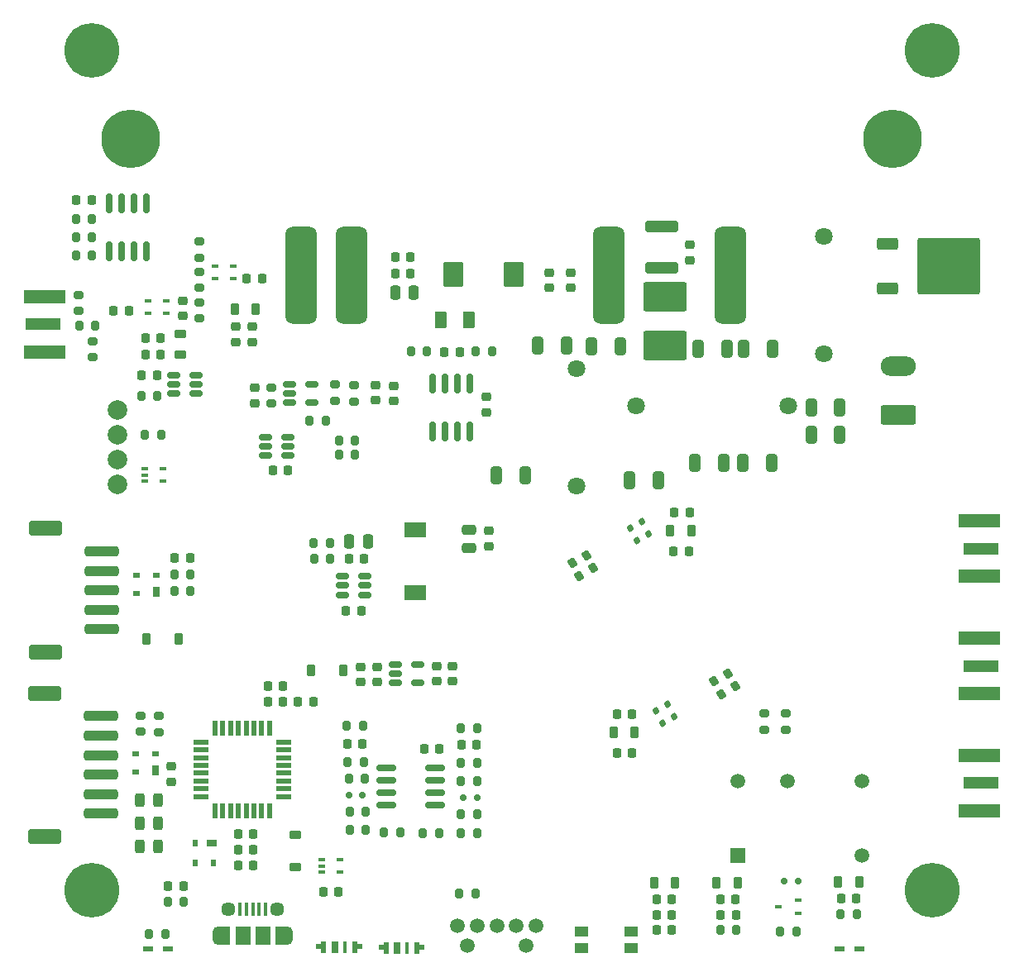
<source format=gbr>
%TF.GenerationSoftware,KiCad,Pcbnew,7.0.7*%
%TF.CreationDate,2023-12-06T15:46:57+00:00*%
%TF.ProjectId,Pi_TX_35W_PA_V2,50695f54-585f-4333-9557-5f50415f5632,rev?*%
%TF.SameCoordinates,Original*%
%TF.FileFunction,Soldermask,Top*%
%TF.FilePolarity,Negative*%
%FSLAX46Y46*%
G04 Gerber Fmt 4.6, Leading zero omitted, Abs format (unit mm)*
G04 Created by KiCad (PCBNEW 7.0.7) date 2023-12-06 15:46:57*
%MOMM*%
%LPD*%
G01*
G04 APERTURE LIST*
G04 Aperture macros list*
%AMRoundRect*
0 Rectangle with rounded corners*
0 $1 Rounding radius*
0 $2 $3 $4 $5 $6 $7 $8 $9 X,Y pos of 4 corners*
0 Add a 4 corners polygon primitive as box body*
4,1,4,$2,$3,$4,$5,$6,$7,$8,$9,$2,$3,0*
0 Add four circle primitives for the rounded corners*
1,1,$1+$1,$2,$3*
1,1,$1+$1,$4,$5*
1,1,$1+$1,$6,$7*
1,1,$1+$1,$8,$9*
0 Add four rect primitives between the rounded corners*
20,1,$1+$1,$2,$3,$4,$5,0*
20,1,$1+$1,$4,$5,$6,$7,0*
20,1,$1+$1,$6,$7,$8,$9,0*
20,1,$1+$1,$8,$9,$2,$3,0*%
%AMFreePoly0*
4,1,13,0.275000,-0.600000,-0.275000,-0.600000,-0.275000,-0.200500,-0.725000,-0.200500,-0.725354,-0.200354,-0.725500,-0.200000,-0.725500,0.350000,-0.725354,0.350354,-0.725000,0.350500,-0.275000,0.350500,-0.275000,0.600000,0.275000,0.600000,0.275000,-0.600000,0.275000,-0.600000,$1*%
%AMFreePoly1*
4,1,13,0.275000,0.350500,0.725000,0.350500,0.725354,0.350354,0.725500,0.350000,0.725500,-0.200000,0.725354,-0.200354,0.725000,-0.200500,0.275000,-0.200500,0.275000,-0.600000,-0.275000,-0.600000,-0.275000,0.600000,0.275000,0.600000,0.275000,0.350500,0.275000,0.350500,$1*%
G04 Aperture macros list end*
%ADD10RoundRect,0.225000X-0.225000X-0.250000X0.225000X-0.250000X0.225000X0.250000X-0.225000X0.250000X0*%
%ADD11RoundRect,0.250001X-1.974999X1.262499X-1.974999X-1.262499X1.974999X-1.262499X1.974999X1.262499X0*%
%ADD12RoundRect,0.200000X-0.275000X0.200000X-0.275000X-0.200000X0.275000X-0.200000X0.275000X0.200000X0*%
%ADD13RoundRect,0.225000X0.225000X0.250000X-0.225000X0.250000X-0.225000X-0.250000X0.225000X-0.250000X0*%
%ADD14R,0.400000X1.350000*%
%ADD15O,1.200000X1.900000*%
%ADD16R,1.200000X1.900000*%
%ADD17C,1.450000*%
%ADD18R,1.500000X1.900000*%
%ADD19RoundRect,0.243750X0.243750X0.456250X-0.243750X0.456250X-0.243750X-0.456250X0.243750X-0.456250X0*%
%ADD20R,1.000000X0.600000*%
%ADD21RoundRect,0.250000X-0.250000X-0.475000X0.250000X-0.475000X0.250000X0.475000X-0.250000X0.475000X0*%
%ADD22RoundRect,0.225000X-0.250000X0.225000X-0.250000X-0.225000X0.250000X-0.225000X0.250000X0.225000X0*%
%ADD23RoundRect,0.218750X0.381250X-0.218750X0.381250X0.218750X-0.381250X0.218750X-0.381250X-0.218750X0*%
%ADD24R,0.650000X0.400000*%
%ADD25RoundRect,0.218750X-0.218750X-0.381250X0.218750X-0.381250X0.218750X0.381250X-0.218750X0.381250X0*%
%ADD26R,1.000000X0.700000*%
%ADD27R,0.600000X0.700000*%
%ADD28R,1.501140X1.501140*%
%ADD29C,1.501140*%
%ADD30C,1.500000*%
%ADD31RoundRect,0.200000X0.200000X0.275000X-0.200000X0.275000X-0.200000X-0.275000X0.200000X-0.275000X0*%
%ADD32RoundRect,0.150000X-0.825000X-0.150000X0.825000X-0.150000X0.825000X0.150000X-0.825000X0.150000X0*%
%ADD33RoundRect,0.250000X-0.325000X-0.650000X0.325000X-0.650000X0.325000X0.650000X-0.325000X0.650000X0*%
%ADD34RoundRect,0.200000X-0.200000X-0.275000X0.200000X-0.275000X0.200000X0.275000X-0.200000X0.275000X0*%
%ADD35RoundRect,0.250000X-0.850000X-0.350000X0.850000X-0.350000X0.850000X0.350000X-0.850000X0.350000X0*%
%ADD36RoundRect,0.249997X-2.950003X-2.650003X2.950003X-2.650003X2.950003X2.650003X-2.950003X2.650003X0*%
%ADD37R,3.600000X1.270000*%
%ADD38R,4.200000X1.350000*%
%ADD39RoundRect,0.150000X-0.034231X-0.247645X0.228155X-0.102202X0.034231X0.247645X-0.228155X0.102202X0*%
%ADD40C,5.600000*%
%ADD41RoundRect,0.250000X0.325000X0.650000X-0.325000X0.650000X-0.325000X-0.650000X0.325000X-0.650000X0*%
%ADD42RoundRect,0.150000X0.150000X-0.825000X0.150000X0.825000X-0.150000X0.825000X-0.150000X-0.825000X0*%
%ADD43RoundRect,0.150000X0.150000X0.200000X-0.150000X0.200000X-0.150000X-0.200000X0.150000X-0.200000X0*%
%ADD44RoundRect,0.225000X0.250000X-0.225000X0.250000X0.225000X-0.250000X0.225000X-0.250000X-0.225000X0*%
%ADD45RoundRect,0.250000X-1.500000X0.250000X-1.500000X-0.250000X1.500000X-0.250000X1.500000X0.250000X0*%
%ADD46RoundRect,0.250001X-1.449999X0.499999X-1.449999X-0.499999X1.449999X-0.499999X1.449999X0.499999X0*%
%ADD47R,0.700000X1.000000*%
%ADD48R,0.700000X0.600000*%
%ADD49RoundRect,0.200000X0.275000X-0.200000X0.275000X0.200000X-0.275000X0.200000X-0.275000X-0.200000X0*%
%ADD50RoundRect,0.250000X1.450000X-0.312500X1.450000X0.312500X-1.450000X0.312500X-1.450000X-0.312500X0*%
%ADD51C,1.800000*%
%ADD52RoundRect,0.250000X0.250000X0.475000X-0.250000X0.475000X-0.250000X-0.475000X0.250000X-0.475000X0*%
%ADD53RoundRect,0.150000X0.512500X0.150000X-0.512500X0.150000X-0.512500X-0.150000X0.512500X-0.150000X0*%
%ADD54RoundRect,0.218750X0.218750X0.381250X-0.218750X0.381250X-0.218750X-0.381250X0.218750X-0.381250X0*%
%ADD55R,2.200000X1.500000*%
%ADD56RoundRect,0.250000X1.550000X-0.750000X1.550000X0.750000X-1.550000X0.750000X-1.550000X-0.750000X0*%
%ADD57O,3.600000X2.000000*%
%ADD58R,1.450000X1.000000*%
%ADD59R,1.600000X0.550000*%
%ADD60R,0.550000X1.600000*%
%ADD61RoundRect,0.150000X0.034231X0.247645X-0.228155X0.102202X-0.034231X-0.247645X0.228155X-0.102202X0*%
%ADD62RoundRect,0.218750X0.218750X0.256250X-0.218750X0.256250X-0.218750X-0.256250X0.218750X-0.256250X0*%
%ADD63RoundRect,0.225000X0.225000X0.375000X-0.225000X0.375000X-0.225000X-0.375000X0.225000X-0.375000X0*%
%ADD64RoundRect,0.200000X0.041601X0.337482X-0.308247X0.143558X-0.041601X-0.337482X0.308247X-0.143558X0*%
%ADD65RoundRect,0.150000X-0.512500X-0.150000X0.512500X-0.150000X0.512500X0.150000X-0.512500X0.150000X0*%
%ADD66R,0.700000X0.450000*%
%ADD67FreePoly0,0.000000*%
%ADD68R,0.700000X1.200000*%
%ADD69R,0.450000X1.200000*%
%ADD70FreePoly1,0.000000*%
%ADD71RoundRect,0.250000X0.787500X1.025000X-0.787500X1.025000X-0.787500X-1.025000X0.787500X-1.025000X0*%
%ADD72C,2.000000*%
%ADD73RoundRect,0.250000X-0.475000X0.250000X-0.475000X-0.250000X0.475000X-0.250000X0.475000X0.250000X0*%
%ADD74RoundRect,0.250000X0.375000X0.625000X-0.375000X0.625000X-0.375000X-0.625000X0.375000X-0.625000X0*%
%ADD75RoundRect,0.225000X-0.375000X0.225000X-0.375000X-0.225000X0.375000X-0.225000X0.375000X0.225000X0*%
%ADD76RoundRect,0.150000X-0.150000X-0.200000X0.150000X-0.200000X0.150000X0.200000X-0.150000X0.200000X0*%
%ADD77RoundRect,0.800000X-0.800000X-4.200000X0.800000X-4.200000X0.800000X4.200000X-0.800000X4.200000X0*%
%ADD78C,6.000000*%
G04 APERTURE END LIST*
D10*
%TO.C,C59*%
X164815000Y-143920000D03*
X166365000Y-143920000D03*
%TD*%
D11*
%TO.C,R9*%
X165690000Y-82197500D03*
X165690000Y-87222500D03*
%TD*%
D12*
%TO.C,R3*%
X107050000Y-86735000D03*
X107050000Y-88385000D03*
%TD*%
D13*
%TO.C,C52*%
X132225000Y-143177500D03*
X130675000Y-143177500D03*
%TD*%
%TO.C,C27*%
X134875000Y-109070000D03*
X133325000Y-109070000D03*
%TD*%
%TO.C,C60*%
X172915000Y-145490000D03*
X171365000Y-145490000D03*
%TD*%
D14*
%TO.C,J9*%
X122190000Y-144907500D03*
X122840000Y-144907500D03*
X123490000Y-144907500D03*
X124140000Y-144907500D03*
X124790000Y-144907500D03*
D15*
X119990000Y-147607500D03*
D16*
X120590000Y-147607500D03*
D17*
X120990000Y-144907500D03*
D18*
X122490000Y-147607500D03*
X124490000Y-147607500D03*
D17*
X125990000Y-144907500D03*
D16*
X126390000Y-147607500D03*
D15*
X126990000Y-147607500D03*
%TD*%
D19*
%TO.C,F3*%
X113757500Y-136120000D03*
X111882500Y-136120000D03*
%TD*%
D10*
%TO.C,C42*%
X133025000Y-114350000D03*
X134575000Y-114350000D03*
%TD*%
D20*
%TO.C,D16*%
X185542500Y-148980000D03*
X183542500Y-148980000D03*
%TD*%
D21*
%TO.C,C6*%
X138075000Y-81800000D03*
X139975000Y-81800000D03*
%TD*%
D22*
%TO.C,C46*%
X142300000Y-120025000D03*
X142300000Y-121575000D03*
%TD*%
D23*
%TO.C,L1*%
X116100000Y-88145000D03*
X116100000Y-86020000D03*
%TD*%
D24*
%TO.C,U3*%
X121490000Y-80370000D03*
X121490000Y-79070000D03*
X119590000Y-79070000D03*
X119590000Y-80370000D03*
%TD*%
D25*
%TO.C,L10*%
X160417500Y-126820000D03*
X162542500Y-126820000D03*
%TD*%
D26*
%TO.C,D8*%
X119270000Y-138190000D03*
D27*
X117570000Y-138190000D03*
X117570000Y-140190000D03*
X119470000Y-140190000D03*
%TD*%
D19*
%TO.C,F4*%
X113780000Y-138480000D03*
X111905000Y-138480000D03*
%TD*%
D10*
%TO.C,C25*%
X125525000Y-100000000D03*
X127075000Y-100000000D03*
%TD*%
D28*
%TO.C,K1*%
X173092500Y-139457500D03*
D29*
X185792500Y-139457500D03*
X185792500Y-131837500D03*
X178172500Y-131837500D03*
X173092500Y-131837500D03*
%TD*%
D30*
%TO.C,J10*%
X145464196Y-148645000D03*
X151464196Y-148645000D03*
X144464196Y-146645000D03*
X146464196Y-146645000D03*
X148464196Y-146645000D03*
X150464196Y-146645000D03*
X152464196Y-146645000D03*
%TD*%
D13*
%TO.C,C50*%
X146375000Y-128065000D03*
X144825000Y-128065000D03*
%TD*%
D31*
%TO.C,R7*%
X147945000Y-87820000D03*
X146295000Y-87820000D03*
%TD*%
%TO.C,R2*%
X107375000Y-85150000D03*
X105725000Y-85150000D03*
%TD*%
D32*
%TO.C,U12*%
X137150000Y-130460000D03*
X137150000Y-131730000D03*
X137150000Y-133000000D03*
X137150000Y-134270000D03*
X142100000Y-134270000D03*
X142100000Y-133000000D03*
X142100000Y-131730000D03*
X142100000Y-130460000D03*
%TD*%
D33*
%TO.C,C34*%
X180625000Y-96300000D03*
X183575000Y-96300000D03*
%TD*%
D24*
%TO.C,U5*%
X112410000Y-99800000D03*
X112410000Y-100450000D03*
X112410000Y-101100000D03*
X114310000Y-101100000D03*
X114310000Y-99800000D03*
%TD*%
D13*
%TO.C,C47*%
X162325000Y-124990000D03*
X160775000Y-124990000D03*
%TD*%
D34*
%TO.C,R46*%
X183640000Y-145430000D03*
X185290000Y-145430000D03*
%TD*%
D35*
%TO.C,Q1*%
X188435000Y-76795000D03*
D36*
X194735000Y-79075000D03*
D35*
X188435000Y-81355000D03*
%TD*%
D37*
%TO.C,J5*%
X198050000Y-108000000D03*
D38*
X197850000Y-110825000D03*
X197850000Y-105175000D03*
%TD*%
D22*
%TO.C,C30*%
X147390000Y-92475000D03*
X147390000Y-94025000D03*
%TD*%
D39*
%TO.C,D11*%
X166640968Y-125175101D03*
X165416500Y-125853835D03*
%TD*%
D34*
%TO.C,R44*%
X144595000Y-143320000D03*
X146245000Y-143320000D03*
%TD*%
%TO.C,R28*%
X133300000Y-131565000D03*
X134950000Y-131565000D03*
%TD*%
D40*
%TO.C,H1*%
X107000000Y-57000000D03*
%TD*%
D41*
%TO.C,C20*%
X176555000Y-99230000D03*
X173605000Y-99230000D03*
%TD*%
D25*
%TO.C,L8*%
X166217500Y-106160000D03*
X168342500Y-106160000D03*
%TD*%
D42*
%TO.C,U2*%
X108795000Y-77575000D03*
X110065000Y-77575000D03*
X111335000Y-77575000D03*
X112605000Y-77575000D03*
X112605000Y-72625000D03*
X111335000Y-72625000D03*
X110065000Y-72625000D03*
X108795000Y-72625000D03*
%TD*%
D10*
%TO.C,C17*%
X143105000Y-87840000D03*
X144655000Y-87840000D03*
%TD*%
D13*
%TO.C,C5*%
X124415000Y-80370000D03*
X122865000Y-80370000D03*
%TD*%
D43*
%TO.C,D17*%
X177875000Y-142050000D03*
X179275000Y-142050000D03*
%TD*%
D34*
%TO.C,R1*%
X105375000Y-78000000D03*
X107025000Y-78000000D03*
%TD*%
D44*
%TO.C,C39*%
X115100000Y-131865000D03*
X115100000Y-130315000D03*
%TD*%
D45*
%TO.C,J3*%
X107980000Y-108270000D03*
X107980000Y-110270000D03*
X107980000Y-112270000D03*
X107980000Y-114270000D03*
X107980000Y-116270000D03*
D46*
X102230000Y-105920000D03*
X102230000Y-118620000D03*
%TD*%
D34*
%TO.C,R47*%
X177475000Y-147250000D03*
X179125000Y-147250000D03*
%TD*%
D10*
%TO.C,C58*%
X164795000Y-145510000D03*
X166345000Y-145510000D03*
%TD*%
%TO.C,C1*%
X112490000Y-88130000D03*
X114040000Y-88130000D03*
%TD*%
D37*
%TO.C,J8*%
X198050000Y-120000000D03*
D38*
X197850000Y-122825000D03*
X197850000Y-117175000D03*
%TD*%
D33*
%TO.C,C15*%
X158125000Y-87300000D03*
X161075000Y-87300000D03*
%TD*%
D34*
%TO.C,R35*%
X144800000Y-131765000D03*
X146450000Y-131765000D03*
%TD*%
D22*
%TO.C,C14*%
X156000000Y-79725000D03*
X156000000Y-81275000D03*
%TD*%
D31*
%TO.C,R13*%
X130925000Y-94900000D03*
X129275000Y-94900000D03*
%TD*%
D47*
%TO.C,D1*%
X113580000Y-112410000D03*
D48*
X113580000Y-110710000D03*
X111580000Y-110710000D03*
X111580000Y-112610000D03*
%TD*%
D34*
%TO.C,R14*%
X132275000Y-96900000D03*
X133925000Y-96900000D03*
%TD*%
D49*
%TO.C,R15*%
X125400000Y-93125000D03*
X125400000Y-91475000D03*
%TD*%
D50*
%TO.C,L4*%
X165300000Y-79237500D03*
X165300000Y-74962500D03*
%TD*%
D13*
%TO.C,C37*%
X126575000Y-122100000D03*
X125025000Y-122100000D03*
%TD*%
D25*
%TO.C,L2*%
X121607500Y-83470000D03*
X123732500Y-83470000D03*
%TD*%
D34*
%TO.C,R26*%
X133100000Y-126165000D03*
X134750000Y-126165000D03*
%TD*%
D13*
%TO.C,C2*%
X106975000Y-72300000D03*
X105425000Y-72300000D03*
%TD*%
D40*
%TO.C,H2*%
X193000000Y-57000000D03*
%TD*%
D22*
%TO.C,C9*%
X116330000Y-82600000D03*
X116330000Y-84150000D03*
%TD*%
D51*
%TO.C,L6*%
X156600000Y-89600000D03*
X156600000Y-101600000D03*
%TD*%
D12*
%TO.C,R12*%
X131900000Y-91175000D03*
X131900000Y-92825000D03*
%TD*%
D52*
%TO.C,C23*%
X135260000Y-107220000D03*
X133360000Y-107220000D03*
%TD*%
D53*
%TO.C,U6*%
X134935000Y-112730000D03*
X134935000Y-111780000D03*
X134935000Y-110830000D03*
X132660000Y-110830000D03*
X132660000Y-111780000D03*
X132660000Y-112730000D03*
%TD*%
D54*
%TO.C,L13*%
X185537500Y-142150000D03*
X183412500Y-142150000D03*
%TD*%
D22*
%TO.C,C38*%
X136200000Y-120100000D03*
X136200000Y-121650000D03*
%TD*%
D55*
%TO.C,L5*%
X140072500Y-106095000D03*
X140072500Y-112495000D03*
%TD*%
D20*
%TO.C,D13*%
X114790000Y-149020000D03*
X112790000Y-149020000D03*
%TD*%
D56*
%TO.C,J4*%
X189522500Y-94300000D03*
D57*
X189522500Y-89300000D03*
%TD*%
D24*
%TO.C,U15*%
X130510000Y-139837500D03*
X130510000Y-140487500D03*
X130510000Y-141137500D03*
X132410000Y-141137500D03*
X132410000Y-139837500D03*
%TD*%
D58*
%TO.C,SW1*%
X162245000Y-148916321D03*
X157095000Y-148916321D03*
X162245000Y-147216321D03*
X157095000Y-147216321D03*
%TD*%
D49*
%TO.C,R50*%
X118040000Y-78175000D03*
X118040000Y-76525000D03*
%TD*%
D44*
%TO.C,C18*%
X168200000Y-78450000D03*
X168200000Y-76900000D03*
%TD*%
D33*
%TO.C,C33*%
X180625000Y-93500000D03*
X183575000Y-93500000D03*
%TD*%
D31*
%TO.C,R18*%
X117095000Y-112330000D03*
X115445000Y-112330000D03*
%TD*%
D59*
%TO.C,U13*%
X126650000Y-133400000D03*
X126650000Y-132600000D03*
X126650000Y-131800000D03*
X126650000Y-131000000D03*
X126650000Y-130200000D03*
X126650000Y-129400000D03*
X126650000Y-128600000D03*
X126650000Y-127800000D03*
D60*
X125200000Y-126350000D03*
X124400000Y-126350000D03*
X123600000Y-126350000D03*
X122800000Y-126350000D03*
X122000000Y-126350000D03*
X121200000Y-126350000D03*
X120400000Y-126350000D03*
X119600000Y-126350000D03*
D59*
X118150000Y-127800000D03*
X118150000Y-128600000D03*
X118150000Y-129400000D03*
X118150000Y-130200000D03*
X118150000Y-131000000D03*
X118150000Y-131800000D03*
X118150000Y-132600000D03*
X118150000Y-133400000D03*
D60*
X119600000Y-134850000D03*
X120400000Y-134850000D03*
X121200000Y-134850000D03*
X122000000Y-134850000D03*
X122800000Y-134850000D03*
X123600000Y-134850000D03*
X124400000Y-134850000D03*
X125200000Y-134850000D03*
%TD*%
D31*
%TO.C,R31*%
X135050000Y-134965000D03*
X133400000Y-134965000D03*
%TD*%
D34*
%TO.C,R5*%
X105375000Y-76100000D03*
X107025000Y-76100000D03*
%TD*%
D61*
%TO.C,D2*%
X162117766Y-105919367D03*
X163342234Y-105240633D03*
%TD*%
D62*
%TO.C,L9*%
X129687500Y-123700000D03*
X128112500Y-123700000D03*
%TD*%
D13*
%TO.C,C3*%
X110785000Y-83610000D03*
X109235000Y-83610000D03*
%TD*%
D34*
%TO.C,R20*%
X129735000Y-109000000D03*
X131385000Y-109000000D03*
%TD*%
D31*
%TO.C,R33*%
X146425000Y-137100000D03*
X144775000Y-137100000D03*
%TD*%
D63*
%TO.C,D4*%
X115930000Y-117260000D03*
X112630000Y-117260000D03*
%TD*%
D13*
%TO.C,C24*%
X117055000Y-108960000D03*
X115505000Y-108960000D03*
%TD*%
D33*
%TO.C,C19*%
X173760000Y-87540000D03*
X176710000Y-87540000D03*
%TD*%
D64*
%TO.C,R38*%
X157611561Y-108670032D03*
X156168439Y-109469968D03*
%TD*%
D65*
%TO.C,U8*%
X115390000Y-90220000D03*
X115390000Y-91170000D03*
X115390000Y-92120000D03*
X117665000Y-92120000D03*
X117665000Y-91170000D03*
X117665000Y-90220000D03*
%TD*%
D42*
%TO.C,U10*%
X141860000Y-96020000D03*
X143130000Y-96020000D03*
X144400000Y-96020000D03*
X145670000Y-96020000D03*
X145670000Y-91070000D03*
X144400000Y-91070000D03*
X143130000Y-91070000D03*
X141860000Y-91070000D03*
%TD*%
D13*
%TO.C,C36*%
X168195000Y-104290000D03*
X166645000Y-104290000D03*
%TD*%
D51*
%TO.C,L7*%
X178250000Y-93400000D03*
X162750000Y-93400000D03*
%TD*%
D22*
%TO.C,C49*%
X143900000Y-120025000D03*
X143900000Y-121575000D03*
%TD*%
D12*
%TO.C,R49*%
X118050000Y-79615000D03*
X118050000Y-81265000D03*
%TD*%
D66*
%TO.C,Q2*%
X179280000Y-145330000D03*
X179280000Y-144030000D03*
X177280000Y-144680000D03*
%TD*%
D13*
%TO.C,C54*%
X123525000Y-140452500D03*
X121975000Y-140452500D03*
%TD*%
D10*
%TO.C,C4*%
X112475000Y-86390000D03*
X114025000Y-86390000D03*
%TD*%
D64*
%TO.C,R22*%
X172091561Y-120800032D03*
X170648439Y-121599968D03*
%TD*%
D44*
%TO.C,C7*%
X123400000Y-86820000D03*
X123400000Y-85270000D03*
%TD*%
D49*
%TO.C,R4*%
X105610000Y-83655000D03*
X105610000Y-82005000D03*
%TD*%
D22*
%TO.C,C16*%
X153800000Y-79725000D03*
X153800000Y-81275000D03*
%TD*%
D31*
%TO.C,R32*%
X142525000Y-137100000D03*
X140875000Y-137100000D03*
%TD*%
D13*
%TO.C,C40*%
X123525000Y-138852500D03*
X121975000Y-138852500D03*
%TD*%
D45*
%TO.C,J6*%
X107900000Y-125150000D03*
X107900000Y-127150000D03*
X107900000Y-129150000D03*
X107900000Y-131150000D03*
X107900000Y-133150000D03*
X107900000Y-135150000D03*
D46*
X102150000Y-122800000D03*
X102150000Y-137500000D03*
%TD*%
D31*
%TO.C,R45*%
X172965000Y-147080000D03*
X171315000Y-147080000D03*
%TD*%
D65*
%TO.C,U11*%
X138062500Y-119850000D03*
X138062500Y-120800000D03*
X138062500Y-121750000D03*
X140337500Y-121750000D03*
X140337500Y-119850000D03*
%TD*%
D34*
%TO.C,R17*%
X129730000Y-107410000D03*
X131380000Y-107410000D03*
%TD*%
D31*
%TO.C,R27*%
X138550000Y-137065000D03*
X136900000Y-137065000D03*
%TD*%
D13*
%TO.C,C55*%
X172900000Y-143900000D03*
X171350000Y-143900000D03*
%TD*%
D67*
%TO.C,D15*%
X137150000Y-148890000D03*
D68*
X138275000Y-148890000D03*
D69*
X139300000Y-148890000D03*
D70*
X140300000Y-148890000D03*
%TD*%
D10*
%TO.C,C43*%
X133150000Y-127965000D03*
X134700000Y-127965000D03*
%TD*%
D25*
%TO.C,L12*%
X164577500Y-142230000D03*
X166702500Y-142230000D03*
%TD*%
D24*
%TO.C,U1*%
X114620000Y-83920000D03*
X114620000Y-82620000D03*
X112720000Y-82620000D03*
X112720000Y-83920000D03*
%TD*%
D34*
%TO.C,R42*%
X112855000Y-147480000D03*
X114505000Y-147480000D03*
%TD*%
D49*
%TO.C,R21*%
X133800000Y-92925000D03*
X133800000Y-91275000D03*
%TD*%
D34*
%TO.C,R34*%
X144800000Y-135165000D03*
X146450000Y-135165000D03*
%TD*%
D12*
%TO.C,R48*%
X118040000Y-82755000D03*
X118040000Y-84405000D03*
%TD*%
D64*
%TO.C,R40*%
X158338775Y-109981962D03*
X156895653Y-110781898D03*
%TD*%
D25*
%TO.C,L11*%
X170962500Y-142200000D03*
X173087500Y-142200000D03*
%TD*%
D43*
%TO.C,D10*%
X145025000Y-133465000D03*
X146425000Y-133465000D03*
%TD*%
D41*
%TO.C,C62*%
X171660000Y-99250000D03*
X168710000Y-99250000D03*
%TD*%
D34*
%TO.C,R8*%
X139665000Y-87820000D03*
X141315000Y-87820000D03*
%TD*%
%TO.C,R11*%
X112445000Y-96350000D03*
X114095000Y-96350000D03*
%TD*%
D10*
%TO.C,C8*%
X138050000Y-79800000D03*
X139600000Y-79800000D03*
%TD*%
D71*
%TO.C,C13*%
X150212500Y-79900000D03*
X143987500Y-79900000D03*
%TD*%
D33*
%TO.C,C61*%
X169055000Y-87530000D03*
X172005000Y-87530000D03*
%TD*%
D31*
%TO.C,R36*%
X146450000Y-126365000D03*
X144800000Y-126365000D03*
%TD*%
D67*
%TO.C,D14*%
X130750000Y-148860000D03*
D68*
X131875000Y-148860000D03*
D69*
X132900000Y-148860000D03*
D70*
X133900000Y-148860000D03*
%TD*%
D12*
%TO.C,R25*%
X113900000Y-125125000D03*
X113900000Y-126775000D03*
%TD*%
D10*
%TO.C,C51*%
X160735000Y-128910000D03*
X162285000Y-128910000D03*
%TD*%
D33*
%TO.C,C63*%
X162065000Y-101010000D03*
X165015000Y-101010000D03*
%TD*%
D65*
%TO.C,U7*%
X124762500Y-96550000D03*
X124762500Y-97500000D03*
X124762500Y-98450000D03*
X127037500Y-98450000D03*
X127037500Y-97500000D03*
X127037500Y-96550000D03*
%TD*%
D31*
%TO.C,R16*%
X117105000Y-110660000D03*
X115455000Y-110660000D03*
%TD*%
D10*
%TO.C,C56*%
X183705000Y-143860000D03*
X185255000Y-143860000D03*
%TD*%
D72*
%TO.C,J2*%
X109620000Y-93760000D03*
X109620000Y-96300000D03*
X109620000Y-98840000D03*
X109620000Y-101380000D03*
%TD*%
D12*
%TO.C,R41*%
X175800000Y-124875000D03*
X175800000Y-126525000D03*
%TD*%
D34*
%TO.C,R37*%
X144800000Y-129965000D03*
X146450000Y-129965000D03*
%TD*%
D40*
%TO.C,H3*%
X107000000Y-143000000D03*
%TD*%
D63*
%TO.C,D7*%
X132750000Y-120500000D03*
X129450000Y-120500000D03*
%TD*%
D73*
%TO.C,C31*%
X145610000Y-106070000D03*
X145610000Y-107970000D03*
%TD*%
D31*
%TO.C,R10*%
X113705000Y-92340000D03*
X112055000Y-92340000D03*
%TD*%
D10*
%TO.C,C11*%
X138050000Y-78100000D03*
X139600000Y-78100000D03*
%TD*%
D22*
%TO.C,C41*%
X134500000Y-120100000D03*
X134500000Y-121650000D03*
%TD*%
D64*
%TO.C,R23*%
X172840641Y-122099841D03*
X171397519Y-122899777D03*
%TD*%
D31*
%TO.C,R30*%
X134850000Y-129865000D03*
X133200000Y-129865000D03*
%TD*%
D22*
%TO.C,C26*%
X123700000Y-91525000D03*
X123700000Y-93075000D03*
%TD*%
D10*
%TO.C,C35*%
X166545000Y-108230000D03*
X168095000Y-108230000D03*
%TD*%
D22*
%TO.C,C22*%
X136000000Y-91225000D03*
X136000000Y-92775000D03*
%TD*%
%TO.C,C29*%
X147610000Y-106195000D03*
X147610000Y-107745000D03*
%TD*%
D40*
%TO.C,H4*%
X193000000Y-143000000D03*
%TD*%
D13*
%TO.C,C21*%
X113655000Y-90270000D03*
X112105000Y-90270000D03*
%TD*%
%TO.C,C44*%
X123550000Y-137252500D03*
X122000000Y-137252500D03*
%TD*%
D10*
%TO.C,C57*%
X164805000Y-147080000D03*
X166355000Y-147080000D03*
%TD*%
D13*
%TO.C,C48*%
X142600000Y-128465000D03*
X141050000Y-128465000D03*
%TD*%
D12*
%TO.C,R24*%
X111990000Y-125095000D03*
X111990000Y-126745000D03*
%TD*%
D34*
%TO.C,R19*%
X132275000Y-98400000D03*
X133925000Y-98400000D03*
%TD*%
D47*
%TO.C,D5*%
X113480000Y-130710000D03*
D48*
X113480000Y-129010000D03*
X111480000Y-129010000D03*
X111480000Y-130910000D03*
%TD*%
D74*
%TO.C,F1*%
X145570000Y-84570000D03*
X142770000Y-84570000D03*
%TD*%
D65*
%TO.C,U9*%
X127262500Y-91150000D03*
X127262500Y-92100000D03*
X127262500Y-93050000D03*
X129537500Y-93050000D03*
X129537500Y-91150000D03*
%TD*%
D41*
%TO.C,C32*%
X151355000Y-100490000D03*
X148405000Y-100490000D03*
%TD*%
D19*
%TO.C,F2*%
X113765000Y-133770000D03*
X111890000Y-133770000D03*
%TD*%
D61*
%TO.C,D12*%
X164737766Y-124629367D03*
X165962234Y-123950633D03*
%TD*%
D22*
%TO.C,C28*%
X137900000Y-91325000D03*
X137900000Y-92875000D03*
%TD*%
D12*
%TO.C,R39*%
X178030000Y-124905000D03*
X178030000Y-126555000D03*
%TD*%
D44*
%TO.C,C10*%
X121700000Y-86820000D03*
X121700000Y-85270000D03*
%TD*%
D75*
%TO.C,D9*%
X127830000Y-137280000D03*
X127830000Y-140580000D03*
%TD*%
D13*
%TO.C,C53*%
X116375000Y-142560000D03*
X114825000Y-142560000D03*
%TD*%
D31*
%TO.C,R43*%
X116425000Y-144160000D03*
X114775000Y-144160000D03*
%TD*%
D76*
%TO.C,D6*%
X134725000Y-133265000D03*
X133325000Y-133265000D03*
%TD*%
D77*
%TO.C,U4*%
X128400000Y-80000000D03*
X133600000Y-80000000D03*
X159900000Y-80000000D03*
X172400000Y-80000000D03*
D78*
X111000000Y-66000000D03*
X189000000Y-66000000D03*
%TD*%
D37*
%TO.C,J7*%
X198050000Y-132000000D03*
D38*
X197850000Y-134825000D03*
X197850000Y-129175000D03*
%TD*%
D31*
%TO.C,R29*%
X135050000Y-136765000D03*
X133400000Y-136765000D03*
%TD*%
D51*
%TO.C,L3*%
X181950000Y-76050000D03*
X181950000Y-88050000D03*
%TD*%
D34*
%TO.C,R6*%
X105375000Y-74200000D03*
X107025000Y-74200000D03*
%TD*%
D37*
%TO.C,J1*%
X102000000Y-85000000D03*
D38*
X102200000Y-82175000D03*
X102200000Y-87825000D03*
%TD*%
D41*
%TO.C,C12*%
X155575000Y-87200000D03*
X152625000Y-87200000D03*
%TD*%
D13*
%TO.C,C45*%
X126575000Y-123700000D03*
X125025000Y-123700000D03*
%TD*%
D39*
%TO.C,D3*%
X164020968Y-106465101D03*
X162796500Y-107143835D03*
%TD*%
M02*

</source>
